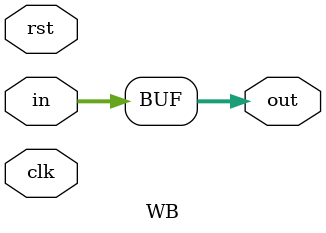
<source format=v>
module WB #(parameter N = 32)(clk, rst, in, out);
    input clk, rst;
    input [N-1:0]in;
    output [N-1:0] out;
    assign out = in;
endmodule
</source>
